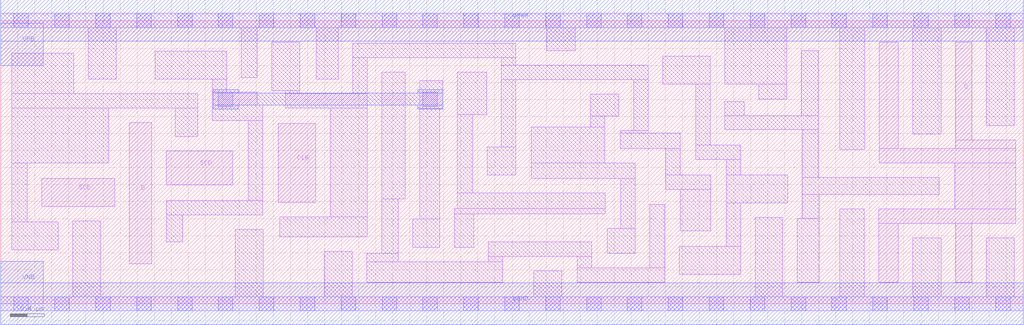
<source format=lef>
# Copyright 2020 The SkyWater PDK Authors
#
# Licensed under the Apache License, Version 2.0 (the "License");
# you may not use this file except in compliance with the License.
# You may obtain a copy of the License at
#
#     https://www.apache.org/licenses/LICENSE-2.0
#
# Unless required by applicable law or agreed to in writing, software
# distributed under the License is distributed on an "AS IS" BASIS,
# WITHOUT WARRANTIES OR CONDITIONS OF ANY KIND, either express or implied.
# See the License for the specific language governing permissions and
# limitations under the License.
#
# SPDX-License-Identifier: Apache-2.0

VERSION 5.5 ;
NAMESCASESENSITIVE ON ;
BUSBITCHARS "[]" ;
DIVIDERCHAR "/" ;
MACRO sky130_fd_sc_lp__sdfxtp_4
  CLASS CORE ;
  SOURCE USER ;
  ORIGIN  0.000000  0.000000 ;
  SIZE 12 BY  3.330000 ;
  SYMMETRY X Y R90 ;
  SITE unit ;
  PIN D
    ANTENNAGATEAREA  0.159000 ;
    DIRECTION INPUT ;
    USE SIGNAL ;
    PORT
      LAYER li1 ;
        RECT 1.510000 0.470000 1.775000 2.130000 ;
    END
  END D
  PIN Q
    ANTENNADIFFAREA  1.176000 ;
    DIRECTION OUTPUT ;
    USE SIGNAL ;
    PORT
      LAYER li1 ;
        RECT 10.305000 0.255000 10.535000 0.945000 ;
        RECT 10.305000 0.945000 11.910000 1.115000 ;
        RECT 10.310000 1.655000 11.910000 1.825000 ;
        RECT 10.310000 1.825000 10.535000 3.075000 ;
        RECT 11.195000 1.115000 11.910000 1.655000 ;
        RECT 11.205000 0.255000 11.395000 0.945000 ;
        RECT 11.205000 1.825000 11.910000 1.925000 ;
        RECT 11.205000 1.925000 11.395000 3.075000 ;
    END
  END Q
  PIN SCD
    ANTENNAGATEAREA  0.159000 ;
    DIRECTION INPUT ;
    USE SIGNAL ;
    PORT
      LAYER li1 ;
        RECT 1.945000 1.395000 2.725000 1.795000 ;
    END
  END SCD
  PIN SCE
    ANTENNAGATEAREA  0.318000 ;
    DIRECTION INPUT ;
    USE SIGNAL ;
    PORT
      LAYER li1 ;
        RECT 0.480000 1.145000 1.340000 1.475000 ;
    END
  END SCE
  PIN CLK
    ANTENNAGATEAREA  0.159000 ;
    DIRECTION INPUT ;
    USE CLOCK ;
    PORT
      LAYER li1 ;
        RECT 3.255000 1.190000 3.695000 2.120000 ;
    END
  END CLK
  PIN VGND
    DIRECTION INOUT ;
    USE GROUND ;
    PORT
      LAYER met1 ;
        RECT 0.000000 -0.245000 12.000000 0.245000 ;
    END
  END VGND
  PIN VNB
    DIRECTION INOUT ;
    USE GROUND ;
    PORT
      LAYER met1 ;
        RECT 0.000000 0.000000 0.500000 0.500000 ;
    END
  END VNB
  PIN VPB
    DIRECTION INOUT ;
    USE POWER ;
    PORT
      LAYER met1 ;
        RECT 0.000000 2.800000 0.500000 3.300000 ;
    END
  END VPB
  PIN VPWR
    DIRECTION INOUT ;
    USE POWER ;
    PORT
      LAYER met1 ;
        RECT 0.000000 3.085000 12.000000 3.575000 ;
    END
  END VPWR
  OBS
    LAYER li1 ;
      RECT  0.000000 -0.085000 12.000000 0.085000 ;
      RECT  0.000000  3.245000 12.000000 3.415000 ;
      RECT  0.130000  0.635000  0.675000 0.965000 ;
      RECT  0.130000  0.965000  0.310000 1.655000 ;
      RECT  0.130000  1.655000  1.270000 2.300000 ;
      RECT  0.130000  2.300000  2.310000 2.470000 ;
      RECT  0.130000  2.470000  0.855000 2.945000 ;
      RECT  0.845000  0.085000  1.175000 0.975000 ;
      RECT  1.025000  2.640000  1.355000 3.245000 ;
      RECT  1.815000  2.640000  2.650000 2.970000 ;
      RECT  1.945000  0.725000  2.135000 1.045000 ;
      RECT  1.945000  1.045000  3.075000 1.215000 ;
      RECT  2.050000  1.965000  2.310000 2.300000 ;
      RECT  2.480000  2.155000  3.075000 2.335000 ;
      RECT  2.480000  2.335000  3.010000 2.490000 ;
      RECT  2.480000  2.490000  2.650000 2.640000 ;
      RECT  2.750000  0.085000  3.080000 0.875000 ;
      RECT  2.820000  2.660000  3.010000 3.245000 ;
      RECT  2.905000  1.215000  3.075000 2.155000 ;
      RECT  3.180000  2.505000  3.510000 3.075000 ;
      RECT  3.275000  0.785000  4.300000 1.020000 ;
      RECT  3.340000  2.300000  4.300000 2.470000 ;
      RECT  3.340000  2.470000  3.510000 2.505000 ;
      RECT  3.700000  2.640000  3.960000 3.245000 ;
      RECT  3.795000  0.085000  4.125000 0.615000 ;
      RECT  3.865000  1.020000  4.300000 2.300000 ;
      RECT  4.130000  2.470000  4.300000 2.895000 ;
      RECT  4.130000  2.895000  6.045000 3.065000 ;
      RECT  4.295000  0.255000  5.890000 0.495000 ;
      RECT  4.295000  0.495000  4.665000 0.595000 ;
      RECT  4.470000  0.595000  4.665000 1.235000 ;
      RECT  4.470000  1.235000  4.750000 2.725000 ;
      RECT  4.835000  0.665000  5.150000 0.995000 ;
      RECT  4.920000  0.995000  5.150000 2.295000 ;
      RECT  4.920000  2.295000  5.190000 2.625000 ;
      RECT  5.320000  0.665000  5.550000 1.055000 ;
      RECT  5.320000  1.055000  7.095000 1.120000 ;
      RECT  5.360000  1.120000  7.095000 1.305000 ;
      RECT  5.360000  1.305000  5.540000 2.225000 ;
      RECT  5.360000  2.225000  5.705000 2.725000 ;
      RECT  5.710000  1.515000  6.045000 1.845000 ;
      RECT  5.720000  0.495000  5.890000 0.555000 ;
      RECT  5.720000  0.555000  6.935000 0.725000 ;
      RECT  5.875000  1.845000  6.045000 2.635000 ;
      RECT  5.875000  2.635000  7.600000 2.805000 ;
      RECT  5.875000  2.805000  6.045000 2.895000 ;
      RECT  6.225000  1.475000  7.445000 1.655000 ;
      RECT  6.225000  1.655000  7.090000 2.075000 ;
      RECT  6.255000  0.085000  6.585000 0.385000 ;
      RECT  6.410000  2.975000  6.740000 3.245000 ;
      RECT  6.765000  0.255000  7.795000 0.425000 ;
      RECT  6.765000  0.425000  6.935000 0.555000 ;
      RECT  6.920000  2.075000  7.090000 2.205000 ;
      RECT  6.920000  2.205000  7.250000 2.465000 ;
      RECT  7.115000  0.595000  7.445000 0.885000 ;
      RECT  7.270000  1.825000  7.975000 2.005000 ;
      RECT  7.270000  2.005000  7.600000 2.035000 ;
      RECT  7.275000  0.885000  7.445000 1.475000 ;
      RECT  7.430000  2.035000  7.600000 2.635000 ;
      RECT  7.615000  0.425000  7.795000 1.165000 ;
      RECT  7.770000  2.580000  8.325000 2.910000 ;
      RECT  7.805000  1.345000  8.335000 1.515000 ;
      RECT  7.805000  1.515000  7.975000 1.825000 ;
      RECT  7.965000  0.345000  8.685000 0.675000 ;
      RECT  7.975000  0.855000  8.335000 1.345000 ;
      RECT  8.155000  1.695000  8.685000 1.865000 ;
      RECT  8.155000  1.865000  8.325000 2.580000 ;
      RECT  8.495000  2.045000  9.595000 2.215000 ;
      RECT  8.495000  2.215000  8.725000 2.375000 ;
      RECT  8.495000  2.580000  9.225000 3.245000 ;
      RECT  8.515000  0.675000  8.685000 1.185000 ;
      RECT  8.515000  1.185000  9.235000 1.515000 ;
      RECT  8.515000  1.515000  8.685000 1.695000 ;
      RECT  8.855000  0.085000  9.175000 1.015000 ;
      RECT  8.895000  2.405000  9.225000 2.580000 ;
      RECT  9.345000  0.255000  9.605000 1.005000 ;
      RECT  9.395000  2.215000  9.595000 2.975000 ;
      RECT  9.405000  1.005000  9.605000 1.285000 ;
      RECT  9.405000  1.285000 11.015000 1.485000 ;
      RECT  9.405000  1.485000  9.595000 2.045000 ;
      RECT  9.845000  0.085000 10.135000 1.115000 ;
      RECT  9.845000  1.815000 10.140000 3.245000 ;
      RECT 10.705000  0.085000 11.035000 0.775000 ;
      RECT 10.705000  1.995000 11.035000 3.245000 ;
      RECT 11.565000  0.085000 11.895000 0.775000 ;
      RECT 11.565000  2.095000 11.895000 3.245000 ;
    LAYER mcon ;
      RECT  0.155000 -0.085000  0.325000 0.085000 ;
      RECT  0.155000  3.245000  0.325000 3.415000 ;
      RECT  0.635000 -0.085000  0.805000 0.085000 ;
      RECT  0.635000  3.245000  0.805000 3.415000 ;
      RECT  1.115000 -0.085000  1.285000 0.085000 ;
      RECT  1.115000  3.245000  1.285000 3.415000 ;
      RECT  1.595000 -0.085000  1.765000 0.085000 ;
      RECT  1.595000  3.245000  1.765000 3.415000 ;
      RECT  2.075000 -0.085000  2.245000 0.085000 ;
      RECT  2.075000  3.245000  2.245000 3.415000 ;
      RECT  2.555000 -0.085000  2.725000 0.085000 ;
      RECT  2.555000  2.320000  2.725000 2.490000 ;
      RECT  2.555000  3.245000  2.725000 3.415000 ;
      RECT  3.035000 -0.085000  3.205000 0.085000 ;
      RECT  3.035000  3.245000  3.205000 3.415000 ;
      RECT  3.515000 -0.085000  3.685000 0.085000 ;
      RECT  3.515000  3.245000  3.685000 3.415000 ;
      RECT  3.995000 -0.085000  4.165000 0.085000 ;
      RECT  3.995000  3.245000  4.165000 3.415000 ;
      RECT  4.475000 -0.085000  4.645000 0.085000 ;
      RECT  4.475000  3.245000  4.645000 3.415000 ;
      RECT  4.955000 -0.085000  5.125000 0.085000 ;
      RECT  4.955000  2.320000  5.125000 2.490000 ;
      RECT  4.955000  3.245000  5.125000 3.415000 ;
      RECT  5.435000 -0.085000  5.605000 0.085000 ;
      RECT  5.435000  3.245000  5.605000 3.415000 ;
      RECT  5.915000 -0.085000  6.085000 0.085000 ;
      RECT  5.915000  3.245000  6.085000 3.415000 ;
      RECT  6.395000 -0.085000  6.565000 0.085000 ;
      RECT  6.395000  3.245000  6.565000 3.415000 ;
      RECT  6.875000 -0.085000  7.045000 0.085000 ;
      RECT  6.875000  3.245000  7.045000 3.415000 ;
      RECT  7.355000 -0.085000  7.525000 0.085000 ;
      RECT  7.355000  3.245000  7.525000 3.415000 ;
      RECT  7.835000 -0.085000  8.005000 0.085000 ;
      RECT  7.835000  3.245000  8.005000 3.415000 ;
      RECT  8.315000 -0.085000  8.485000 0.085000 ;
      RECT  8.315000  3.245000  8.485000 3.415000 ;
      RECT  8.795000 -0.085000  8.965000 0.085000 ;
      RECT  8.795000  3.245000  8.965000 3.415000 ;
      RECT  9.275000 -0.085000  9.445000 0.085000 ;
      RECT  9.275000  3.245000  9.445000 3.415000 ;
      RECT  9.755000 -0.085000  9.925000 0.085000 ;
      RECT  9.755000  3.245000  9.925000 3.415000 ;
      RECT 10.235000 -0.085000 10.405000 0.085000 ;
      RECT 10.235000  3.245000 10.405000 3.415000 ;
      RECT 10.715000 -0.085000 10.885000 0.085000 ;
      RECT 10.715000  3.245000 10.885000 3.415000 ;
      RECT 11.195000 -0.085000 11.365000 0.085000 ;
      RECT 11.195000  3.245000 11.365000 3.415000 ;
      RECT 11.675000 -0.085000 11.845000 0.085000 ;
      RECT 11.675000  3.245000 11.845000 3.415000 ;
    LAYER met1 ;
      RECT 2.495000 2.290000 2.785000 2.335000 ;
      RECT 2.495000 2.335000 5.185000 2.475000 ;
      RECT 2.495000 2.475000 2.785000 2.520000 ;
      RECT 4.895000 2.290000 5.185000 2.335000 ;
      RECT 4.895000 2.475000 5.185000 2.520000 ;
  END
END sky130_fd_sc_lp__sdfxtp_4
END LIBRARY

</source>
